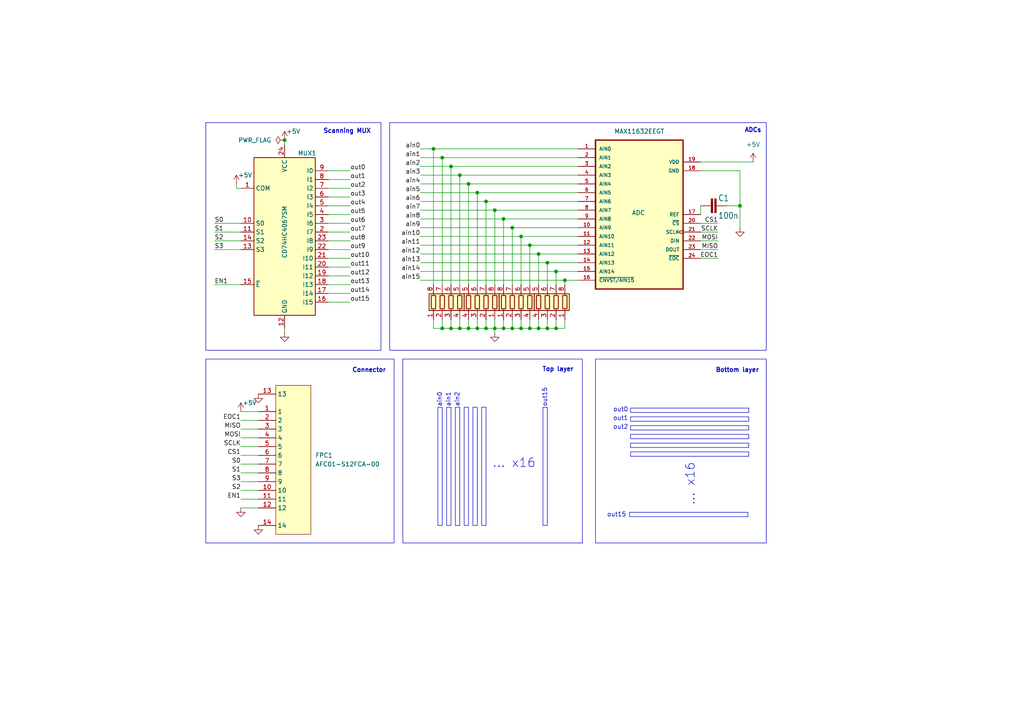
<source format=kicad_sch>
(kicad_sch (version 20231120) (generator "eeschema") (generator_version "8.0")
  (paper "A4")
  (lib_symbols
    (symbol "00_lcsc:AFC01-S12FCA-00"
      (property "Reference" "FPC" (at 0 24.13 0))
      (property "Value" "AFC01-S12FCA-00" (at 0 -24.13 0))
      (symbol "AFC01-S12FCA-00_0_1"
        (rectangle (start -2.54 21.59) (end 7.62 -21.59) (fill (type background)))
        (pin unspecified line (at -7.62 13.97 0) (length 5.08) (name "1") (number "1"))
        (pin unspecified line (at -7.62 -8.89 0) (length 5.08) (name "10") (number "10"))
        (pin unspecified line (at -7.62 -11.43 0) (length 5.08) (name "11") (number "11"))
        (pin unspecified line (at -7.62 -13.97 0) (length 5.08) (name "12") (number "12"))
        (pin unspecified line (at -7.62 19.05 0) (length 5.08) (name "13") (number "13"))
        (pin unspecified line (at -7.62 -19.05 0) (length 5.08) (name "14") (number "14"))
        (pin unspecified line (at -7.62 11.43 0) (length 5.08) (name "2") (number "2"))
        (pin unspecified line (at -7.62 8.89 0) (length 5.08) (name "3") (number "3"))
        (pin unspecified line (at -7.62 6.35 0) (length 5.08) (name "4") (number "4"))
        (pin unspecified line (at -7.62 3.81 0) (length 5.08) (name "5") (number "5"))
        (pin unspecified line (at -7.62 1.27 0) (length 5.08) (name "6") (number "6"))
        (pin unspecified line (at -7.62 -1.27 0) (length 5.08) (name "7") (number "7"))
        (pin unspecified line (at -7.62 -3.81 0) (length 5.08) (name "8") (number "8"))
        (pin unspecified line (at -7.62 -6.35 0) (length 5.08) (name "9") (number "9"))
      )
    )
    (symbol "74xx:CD74HC4067SM"
      (property "Reference" "U" (at -8.89 22.86 0))
      (property "Value" "CD74HC4067SM" (at 1.27 22.86 0))
      (symbol "CD74HC4067SM_0_1"
        (rectangle (start -8.89 21.59) (end 8.89 -24.13) (stroke (width 0.254)) (fill (type background)))
      )
      (symbol "CD74HC4067SM_1_1"
        (pin passive line (at -12.7 12.7 0) (length 3.81) (name "COM") (number "1"))
        (pin input line (at -12.7 2.54 0) (length 3.81) (name "S0") (number "10"))
        (pin input line (at -12.7 0 0) (length 3.81) (name "S1") (number "11"))
        (pin power_in line (at 0 -27.94 90) (length 3.81) (name "GND") (number "12"))
        (pin input line (at -12.7 -5.08 0) (length 3.81) (name "S3") (number "13"))
        (pin input line (at -12.7 -2.54 0) (length 3.81) (name "S2") (number "14"))
        (pin input line (at -12.7 -15.24 0) (length 3.81) (name "~{E}") (number "15"))
        (pin passive line (at 12.7 -20.32 180) (length 3.81) (name "I15") (number "16"))
        (pin passive line (at 12.7 -17.78 180) (length 3.81) (name "I14") (number "17"))
        (pin passive line (at 12.7 -15.24 180) (length 3.81) (name "I13") (number "18"))
        (pin passive line (at 12.7 -12.7 180) (length 3.81) (name "I12") (number "19"))
        (pin passive line (at 12.7 0 180) (length 3.81) (name "I7") (number "2"))
        (pin passive line (at 12.7 -10.16 180) (length 3.81) (name "I11") (number "20"))
        (pin passive line (at 12.7 -7.62 180) (length 3.81) (name "I10") (number "21"))
        (pin passive line (at 12.7 -5.08 180) (length 3.81) (name "I9") (number "22"))
        (pin passive line (at 12.7 -2.54 180) (length 3.81) (name "I8") (number "23"))
        (pin power_in line (at 0 25.4 270) (length 3.81) (name "VCC") (number "24"))
        (pin passive line (at 12.7 2.54 180) (length 3.81) (name "I6") (number "3"))
        (pin passive line (at 12.7 5.08 180) (length 3.81) (name "I5") (number "4"))
        (pin passive line (at 12.7 7.62 180) (length 3.81) (name "I4") (number "5"))
        (pin passive line (at 12.7 10.16 180) (length 3.81) (name "I3") (number "6"))
        (pin passive line (at 12.7 12.7 180) (length 3.81) (name "I2") (number "7"))
        (pin passive line (at 12.7 15.24 180) (length 3.81) (name "I1") (number "8"))
        (pin passive line (at 12.7 17.78 180) (length 3.81) (name "I0") (number "9"))
      )
    )
    (symbol "Device:R_Pack04" (pin_names (offset 0) hide)
      (property "Reference" "RN" (at -7.62 0 90))
      (property "Value" "R_Pack04" (at 5.08 0 90))
      (symbol "R_Pack04_0_1"
        (rectangle (start -6.35 -2.413) (end 3.81 2.413) (stroke (width 0.254)) (fill (type background)))
        (rectangle (start -5.715 1.905) (end -4.445 -1.905) (stroke (width 0.254)))
        (rectangle (start -3.175 1.905) (end -1.905 -1.905) (stroke (width 0.254)))
        (rectangle (start -0.635 1.905) (end 0.635 -1.905) (stroke (width 0.254)))
        (polyline (pts (xy -5.08 -2.54) (xy -5.08 -1.905)))
        (polyline (pts (xy -5.08 1.905) (xy -5.08 2.54)))
        (polyline (pts (xy -2.54 -2.54) (xy -2.54 -1.905)))
        (polyline (pts (xy -2.54 1.905) (xy -2.54 2.54)))
        (polyline (pts (xy 0 -2.54) (xy 0 -1.905)))
        (polyline (pts (xy 0 1.905) (xy 0 2.54)))
        (polyline (pts (xy 2.54 -2.54) (xy 2.54 -1.905)))
        (polyline (pts (xy 2.54 1.905) (xy 2.54 2.54)))
        (rectangle (start 1.905 1.905) (end 3.175 -1.905) (stroke (width 0.254)))
      )
      (symbol "R_Pack04_1_1"
        (pin passive line (at -5.08 -5.08 90) (length 2.54) (name "R1.1") (number "1"))
        (pin passive line (at -2.54 -5.08 90) (length 2.54) (name "R2.1") (number "2"))
        (pin passive line (at 0 -5.08 90) (length 2.54) (name "R3.1") (number "3"))
        (pin passive line (at 2.54 -5.08 90) (length 2.54) (name "R4.1") (number "4"))
        (pin passive line (at 2.54 5.08 270) (length 2.54) (name "R4.2") (number "5"))
        (pin passive line (at 0 5.08 270) (length 2.54) (name "R3.2") (number "6"))
        (pin passive line (at -2.54 5.08 270) (length 2.54) (name "R2.2") (number "7"))
        (pin passive line (at -5.08 5.08 270) (length 2.54) (name "R1.2") (number "8"))
      )
    )
    (symbol "MAX11632EEGT:MAX11632EEGT" (pin_names (offset 1.016))
      (property "Reference" "U?" (at 0 29.21 0))
      (property "Value" "MAX11632EEGT" (at 0 26.67 0))
      (symbol "MAX11632EEGT_0_0"
        (rectangle (start -12.7 27.94) (end 12.7 -15.24) (stroke (width 0.4064)) (fill (type background)))
        (pin input line (at -17.78 25.4 0) (length 5.08) (name "AIN0") (number "1"))
        (pin input line (at -17.78 2.54 0) (length 5.08) (name "AIN9") (number "10"))
        (pin input line (at -17.78 0 0) (length 5.08) (name "AIN10") (number "11"))
        (pin input line (at -17.78 -2.54 0) (length 5.08) (name "AIN11") (number "12"))
        (pin input line (at -17.78 -5.08 0) (length 5.08) (name "AIN12") (number "13"))
        (pin input line (at -17.78 -7.62 0) (length 5.08) (name "AIN13") (number "14"))
        (pin input line (at -17.78 -10.16 0) (length 5.08) (name "AIN14") (number "15"))
        (pin input line (at -17.78 -12.7 0) (length 5.08) (name "~{CNVST/AIN15}") (number "16"))
        (pin input line (at 17.78 6.35 180) (length 5.08) (name "REF") (number "17"))
        (pin power_in line (at 17.78 19.05 180) (length 5.08) (name "GND") (number "18"))
        (pin power_in line (at 17.78 21.59 180) (length 5.08) (name "VDD") (number "19"))
        (pin input line (at -17.78 22.86 0) (length 5.08) (name "AIN1") (number "2"))
        (pin bidirectional line (at 17.78 3.81 180) (length 5.08) (name "~{CS}") (number "20"))
        (pin input clock (at 17.78 1.27 180) (length 5.08) (name "SCLK") (number "21"))
        (pin input line (at 17.78 -1.27 180) (length 5.08) (name "DIN") (number "22"))
        (pin output line (at 17.78 -3.81 180) (length 5.08) (name "DOUT") (number "23"))
        (pin bidirectional line (at 17.78 -6.35 180) (length 5.08) (name "~{EOC}") (number "24"))
        (pin input line (at -17.78 20.32 0) (length 5.08) (name "AIN2") (number "3"))
        (pin input line (at -17.78 17.78 0) (length 5.08) (name "AIN3") (number "4"))
        (pin input line (at -17.78 15.24 0) (length 5.08) (name "AIN4") (number "5"))
        (pin input line (at -17.78 12.7 0) (length 5.08) (name "AIN5") (number "6"))
        (pin input line (at -17.78 10.16 0) (length 5.08) (name "AIN6") (number "7"))
        (pin input line (at -17.78 7.62 0) (length 5.08) (name "AIN7") (number "8"))
        (pin input line (at -17.78 5.08 0) (length 5.08) (name "AIN8") (number "9"))
      )
    )
    (symbol "fsr_array-eagle-import:C-EUC0603"
      (property "Reference" "C" (at 1.524 0.381 0))
      (property "Value" "C-EUC0603" (at 1.524 -4.699 0))
      (symbol "C-EUC0603_1_0"
        (rectangle (start -2.032 -2.032) (end 2.032 -1.524) (fill (type outline)))
        (rectangle (start -2.032 -1.016) (end 2.032 -0.508) (fill (type outline)))
        (polyline (pts (xy 0 -2.54) (xy 0 -2.032)) (stroke (width 0.1524)))
        (polyline (pts (xy 0 0) (xy 0 -0.508)) (stroke (width 0.1524)))
        (pin passive line (at 0 2.54 270) (length 2.54) (name "1") (number "1"))
        (pin passive line (at 0 -5.08 90) (length 2.54) (name "2") (number "2"))
      )
    )
    (symbol "power:+5V" (power) (pin_names (offset 0))
      (property "Value" "+5V" (at 0 3.556 0))
      (symbol "+5V_0_1"
        (polyline (pts (xy -0.762 1.27) (xy 0 2.54)))
        (polyline (pts (xy 0 0) (xy 0 2.54)))
        (polyline (pts (xy 0 2.54) (xy 0.762 1.27)))
      )
      (symbol "+5V_1_1"
        (pin power_in line (at 0 0 90) (length 0) hide (name "+5V") (number "1"))
      )
    )
    (symbol "power:GND" (power) (pin_names (offset 0))
      (property "Value" "GND" (at 0 -3.81 0))
      (symbol "GND_0_1"
        (polyline (pts (xy 0 0) (xy 0 -1.27) (xy 1.27 -1.27) (xy 0 -2.54) (xy -1.27 -1.27) (xy 0 -1.27)))
      )
      (symbol "GND_1_1"
        (pin power_in line (at 0 0 270) (length 0) hide (name "GND") (number "1"))
      )
    )
    (symbol "power:PWR_FLAG" (power) (pin_numbers hide) (pin_names (offset 0) hide)
      (property "Value" "PWR_FLAG" (at 0 3.81 0))
      (symbol "PWR_FLAG_0_0"
        (pin power_out line (at 0 0 90) (length 0) (name "pwr") (number "1"))
      )
      (symbol "PWR_FLAG_0_1"
        (polyline (pts (xy 0 0) (xy 0 1.27) (xy -1.016 1.905) (xy 0 2.54) (xy 1.016 1.905) (xy 0 1.27)))
      )
    )
  )
  (junction (at 146.05 63.5))
  (junction (at 148.59 95.25))
  (junction (at 130.81 95.25))
  (junction (at 143.51 60.96))
  (junction (at 135.89 95.25))
  (junction (at 158.75 95.25))
  (junction (at 125.73 43.18))
  (junction (at 140.97 95.25))
  (junction (at 130.81 48.26))
  (junction (at 214.63 59.69))
  (junction (at 148.59 66.04))
  (junction (at 138.43 55.88))
  (junction (at 153.67 71.12))
  (junction (at 163.83 81.28))
  (junction (at 161.29 78.74))
  (junction (at 138.43 95.25))
  (junction (at 156.21 95.25))
  (junction (at 82.55 40.64))
  (junction (at 156.21 73.66))
  (junction (at 133.35 50.8))
  (junction (at 133.35 95.25))
  (junction (at 161.29 95.25))
  (junction (at 128.27 95.25))
  (junction (at 151.13 68.58))
  (junction (at 143.51 95.25))
  (junction (at 135.89 53.34))
  (junction (at 146.05 95.25))
  (junction (at 158.75 76.2))
  (junction (at 151.13 95.25))
  (junction (at 128.27 45.72))
  (junction (at 140.97 58.42))
  (junction (at 153.67 95.25))
  (wire (pts (xy 148.59 66.04) (xy 167.64 66.04)))
  (wire (pts (xy 138.43 92.71) (xy 138.43 95.25)))
  (wire (pts (xy 143.51 82.55) (xy 143.51 60.96)))
  (wire (pts (xy 156.21 82.55) (xy 156.21 73.66)))
  (wire (pts (xy 153.67 95.25) (xy 151.13 95.25)))
  (wire (pts (xy 151.13 68.58) (xy 167.64 68.58)))
  (wire (pts (xy 135.89 82.55) (xy 135.89 53.34)))
  (wire (pts (xy 158.75 76.2) (xy 167.64 76.2)))
  (wire (pts (xy 101.6 69.85) (xy 95.25 69.85)))
  (wire (pts (xy 121.92 43.18) (xy 125.73 43.18)))
  (wire (pts (xy 210.82 59.69) (xy 214.63 59.69)))
  (wire (pts (xy 143.51 92.71) (xy 143.51 95.25)))
  (wire (pts (xy 121.92 55.88) (xy 138.43 55.88)))
  (wire (pts (xy 203.2 64.77) (xy 208.28 64.77)))
  (wire (pts (xy 69.85 124.46) (xy 74.93 124.46)))
  (wire (pts (xy 69.85 129.54) (xy 74.93 129.54)))
  (wire (pts (xy 148.59 92.71) (xy 148.59 95.25)))
  (wire (pts (xy 140.97 58.42) (xy 167.64 58.42)))
  (wire (pts (xy 101.6 85.09) (xy 95.25 85.09)))
  (wire (pts (xy 82.55 95.25) (xy 82.55 96.52)))
  (wire (pts (xy 69.85 142.24) (xy 74.93 142.24)))
  (wire (pts (xy 203.2 72.39) (xy 208.28 72.39)))
  (wire (pts (xy 163.83 81.28) (xy 167.64 81.28)))
  (wire (pts (xy 101.6 62.23) (xy 95.25 62.23)))
  (wire (pts (xy 143.51 96.52) (xy 143.51 95.25)))
  (wire (pts (xy 101.6 72.39) (xy 95.25 72.39)))
  (wire (pts (xy 153.67 71.12) (xy 167.64 71.12)))
  (wire (pts (xy 101.6 49.53) (xy 95.25 49.53)))
  (wire (pts (xy 101.6 67.31) (xy 95.25 67.31)))
  (wire (pts (xy 156.21 95.25) (xy 153.67 95.25)))
  (wire (pts (xy 130.81 82.55) (xy 130.81 48.26)))
  (wire (pts (xy 158.75 92.71) (xy 158.75 95.25)))
  (wire (pts (xy 68.58 53.34) (xy 68.58 54.61)))
  (wire (pts (xy 121.92 45.72) (xy 128.27 45.72)))
  (wire (pts (xy 62.23 67.31) (xy 69.85 67.31)))
  (wire (pts (xy 156.21 92.71) (xy 156.21 95.25)))
  (wire (pts (xy 146.05 82.55) (xy 146.05 63.5)))
  (wire (pts (xy 161.29 95.25) (xy 158.75 95.25)))
  (wire (pts (xy 130.81 95.25) (xy 133.35 95.25)))
  (wire (pts (xy 163.83 82.55) (xy 163.83 81.28)))
  (wire (pts (xy 62.23 64.77) (xy 69.85 64.77)))
  (wire (pts (xy 121.92 68.58) (xy 151.13 68.58)))
  (wire (pts (xy 203.2 67.31) (xy 208.28 67.31)))
  (wire (pts (xy 101.6 74.93) (xy 95.25 74.93)))
  (wire (pts (xy 148.59 95.25) (xy 146.05 95.25)))
  (wire (pts (xy 69.85 134.62) (xy 74.93 134.62)))
  (wire (pts (xy 121.92 63.5) (xy 146.05 63.5)))
  (wire (pts (xy 101.6 80.01) (xy 95.25 80.01)))
  (wire (pts (xy 101.6 52.07) (xy 95.25 52.07)))
  (wire (pts (xy 153.67 92.71) (xy 153.67 95.25)))
  (wire (pts (xy 130.81 48.26) (xy 167.64 48.26)))
  (wire (pts (xy 203.2 62.23) (xy 203.2 59.69)))
  (wire (pts (xy 133.35 95.25) (xy 135.89 95.25)))
  (wire (pts (xy 135.89 95.25) (xy 138.43 95.25)))
  (wire (pts (xy 128.27 45.72) (xy 167.64 45.72)))
  (wire (pts (xy 121.92 53.34) (xy 135.89 53.34)))
  (wire (pts (xy 69.85 121.92) (xy 74.93 121.92)))
  (wire (pts (xy 101.6 57.15) (xy 95.25 57.15)))
  (wire (pts (xy 121.92 60.96) (xy 143.51 60.96)))
  (wire (pts (xy 153.67 82.55) (xy 153.67 71.12)))
  (wire (pts (xy 101.6 59.69) (xy 95.25 59.69)))
  (wire (pts (xy 101.6 82.55) (xy 95.25 82.55)))
  (wire (pts (xy 69.85 139.7) (xy 74.93 139.7)))
  (wire (pts (xy 158.75 95.25) (xy 156.21 95.25)))
  (wire (pts (xy 133.35 50.8) (xy 121.92 50.8)))
  (wire (pts (xy 128.27 82.55) (xy 128.27 45.72)))
  (wire (pts (xy 203.2 46.99) (xy 218.44 46.99)))
  (wire (pts (xy 62.23 69.85) (xy 69.85 69.85)))
  (wire (pts (xy 133.35 50.8) (xy 167.64 50.8)))
  (wire (pts (xy 82.55 40.64) (xy 82.55 41.91)))
  (wire (pts (xy 140.97 92.71) (xy 140.97 95.25)))
  (wire (pts (xy 138.43 55.88) (xy 167.64 55.88)))
  (wire (pts (xy 163.83 92.71) (xy 163.83 95.25)))
  (wire (pts (xy 69.85 137.16) (xy 74.93 137.16)))
  (wire (pts (xy 121.92 66.04) (xy 148.59 66.04)))
  (wire (pts (xy 62.23 82.55) (xy 69.85 82.55)))
  (wire (pts (xy 143.51 60.96) (xy 167.64 60.96)))
  (wire (pts (xy 135.89 92.71) (xy 135.89 95.25)))
  (wire (pts (xy 203.2 49.53) (xy 214.63 49.53)))
  (wire (pts (xy 121.92 73.66) (xy 156.21 73.66)))
  (wire (pts (xy 161.29 78.74) (xy 167.64 78.74)))
  (wire (pts (xy 151.13 82.55) (xy 151.13 68.58)))
  (wire (pts (xy 121.92 58.42) (xy 140.97 58.42)))
  (wire (pts (xy 125.73 95.25) (xy 128.27 95.25)))
  (wire (pts (xy 156.21 73.66) (xy 167.64 73.66)))
  (wire (pts (xy 135.89 53.34) (xy 167.64 53.34)))
  (wire (pts (xy 101.6 87.63) (xy 95.25 87.63)))
  (wire (pts (xy 146.05 92.71) (xy 146.05 95.25)))
  (wire (pts (xy 69.85 147.32) (xy 74.93 147.32)))
  (wire (pts (xy 163.83 95.25) (xy 161.29 95.25)))
  (wire (pts (xy 69.85 144.78) (xy 74.93 144.78)))
  (wire (pts (xy 121.92 81.28) (xy 163.83 81.28)))
  (wire (pts (xy 214.63 49.53) (xy 214.63 59.69)))
  (wire (pts (xy 161.29 82.55) (xy 161.29 78.74)))
  (wire (pts (xy 68.58 54.61) (xy 69.85 54.61)))
  (wire (pts (xy 128.27 95.25) (xy 130.81 95.25)))
  (wire (pts (xy 130.81 92.71) (xy 130.81 95.25)))
  (wire (pts (xy 101.6 54.61) (xy 95.25 54.61)))
  (wire (pts (xy 140.97 82.55) (xy 140.97 58.42)))
  (wire (pts (xy 158.75 82.55) (xy 158.75 76.2)))
  (wire (pts (xy 69.85 127) (xy 74.93 127)))
  (wire (pts (xy 69.85 119.38) (xy 74.93 119.38)))
  (wire (pts (xy 140.97 95.25) (xy 143.51 95.25)))
  (wire (pts (xy 203.2 69.85) (xy 208.28 69.85)))
  (wire (pts (xy 121.92 71.12) (xy 153.67 71.12)))
  (wire (pts (xy 128.27 92.71) (xy 128.27 95.25)))
  (wire (pts (xy 69.85 132.08) (xy 74.93 132.08)))
  (wire (pts (xy 133.35 92.71) (xy 133.35 95.25)))
  (wire (pts (xy 125.73 82.55) (xy 125.73 43.18)))
  (wire (pts (xy 125.73 43.18) (xy 167.64 43.18)))
  (wire (pts (xy 146.05 95.25) (xy 143.51 95.25)))
  (wire (pts (xy 161.29 92.71) (xy 161.29 95.25)))
  (wire (pts (xy 121.92 48.26) (xy 130.81 48.26)))
  (wire (pts (xy 146.05 63.5) (xy 167.64 63.5)))
  (wire (pts (xy 138.43 82.55) (xy 138.43 55.88)))
  (wire (pts (xy 214.63 59.69) (xy 214.63 66.04)))
  (wire (pts (xy 101.6 64.77) (xy 95.25 64.77)))
  (wire (pts (xy 148.59 82.55) (xy 148.59 66.04)))
  (wire (pts (xy 138.43 95.25) (xy 140.97 95.25)))
  (wire (pts (xy 121.92 78.74) (xy 161.29 78.74)))
  (wire (pts (xy 121.92 76.2) (xy 158.75 76.2)))
  (wire (pts (xy 151.13 92.71) (xy 151.13 95.25)))
  (wire (pts (xy 151.13 95.25) (xy 148.59 95.25)))
  (wire (pts (xy 125.73 92.71) (xy 125.73 95.25)))
  (wire (pts (xy 133.35 82.55) (xy 133.35 50.8)))
  (wire (pts (xy 101.6 77.47) (xy 95.25 77.47)))
  (wire (pts (xy 203.2 74.93) (xy 208.28 74.93)))
  (wire (pts (xy 62.23 72.39) (xy 69.85 72.39)))
  (rectangle (start 137.16 118.11) (end 138.43 152.4) (fill (type color)))
  (rectangle (start 134.62 118.11) (end 135.89 152.4) (fill (type color)))
  (rectangle (start 182.88 118.364) (end 217.17 119.634) (fill (type color)))
  (rectangle (start 127 118.11) (end 128.27 152.4) (fill (type color)))
  (rectangle (start 182.626 148.59) (end 216.916 149.86) (fill (type color)))
  (rectangle (start 132.08 118.11) (end 133.35 152.4) (fill (type color)))
  (rectangle (start 182.88 120.904) (end 217.17 122.174) (fill (type color)))
  (rectangle (start 157.48 118.11) (end 158.75 152.4) (fill (type color)))
  (rectangle (start 172.72 104.14) (end 222.25 157.48))
  (rectangle (start 182.88 123.444) (end 217.17 124.714) (fill (type color)))
  (rectangle (start 182.88 128.524) (end 217.17 129.794) (fill (type color)))
  (rectangle (start 59.69 35.56) (end 110.49 101.6))
  (rectangle (start 182.88 131.064) (end 217.17 132.334) (fill (type color)))
  (rectangle (start 182.88 125.984) (end 217.17 127.254) (fill (type color)))
  (rectangle (start 59.69 104.14) (end 114.3 157.48))
  (rectangle (start 139.7 118.11) (end 140.97 152.4) (fill (type color)))
  (rectangle (start 129.54 118.11) (end 130.81 152.4) (fill (type color)))
  (rectangle (start 116.84 104.14) (end 168.91 157.48))
  (rectangle (start 113.03 35.56) (end 222.25 101.6))
  (text "... x16" (at 201.676 134.112 90) (effects (font (size 2.54 2.54)) (justify right bottom)))
  (text "Bottom layer" (at 207.518 108.204 0) (effects (font (size 1.27 1.27) (thickness 0.254) (bold yes)) (justify left bottom)))
  (text "... x16" (at 155.448 135.89 0) (effects (font (size 2.54 2.54)) (justify right bottom)))
  (text "ain0" (at 128.27 118.11 90) (effects (font (size 1.27 1.27)) (justify left bottom)))
  (text "out15" (at 158.75 118.11 90) (effects (font (size 1.27 1.27)) (justify left bottom)))
  (text "ain1" (at 130.81 118.11 90) (effects (font (size 1.27 1.27)) (justify left bottom)))
  (text "out15" (at 176.022 150.114 0) (effects (font (size 1.27 1.27)) (justify left bottom)))
  (text "ADCs" (at 215.9 38.608 0) (effects (font (size 1.27 1.27) (thickness 0.254) (bold yes)) (justify left bottom)))
  (text "Top layer" (at 157.226 107.95 0) (effects (font (size 1.27 1.27) (thickness 0.254) (bold yes)) (justify left bottom)))
  (text "ain2" (at 133.35 118.11 90) (effects (font (size 1.27 1.27)) (justify left bottom)))
  (text "out2" (at 177.8 124.714 0) (effects (font (size 1.27 1.27)) (justify left bottom)))
  (text "out0" (at 177.8 119.634 0) (effects (font (size 1.27 1.27)) (justify left bottom)))
  (text "Scanning MUX" (at 93.726 38.862 0) (effects (font (size 1.27 1.27) (thickness 0.254) (bold yes)) (justify left bottom)))
  (text "out1" (at 177.8 122.174 0) (effects (font (size 1.27 1.27)) (justify left bottom)))
  (text "Connector" (at 102.108 108.204 0) (effects (font (size 1.27 1.27) (thickness 0.254) (bold yes)) (justify left bottom)))
  (label "out7" (at 101.6 67.31 0))
  (label "ain14" (at 121.92 78.74 180))
  (label "out13" (at 101.6 82.55 0))
  (label "ain3" (at 121.92 50.8 180))
  (label "ain2" (at 121.92 48.26 180))
  (label "out3" (at 101.6 57.15 0))
  (label "out11" (at 101.6 77.47 0))
  (label "MISO" (at 208.28 72.39 180))
  (label "S0" (at 69.85 134.62 180))
  (label "out9" (at 101.6 72.39 0))
  (label "EOC1" (at 208.28 74.93 180))
  (label "MOSI" (at 208.28 69.85 180))
  (label "MISO" (at 69.85 124.46 180))
  (label "S2" (at 62.23 69.85 0))
  (label "out8" (at 101.6 69.85 0))
  (label "ain1" (at 121.92 45.72 180))
  (label "out0" (at 101.6 49.53 0))
  (label "S3" (at 69.85 139.7 180))
  (label "S3" (at 62.23 72.39 0))
  (label "ain15" (at 121.92 81.28 180))
  (label "ain7" (at 121.92 60.96 180))
  (label "out12" (at 101.6 80.01 0))
  (label "EN1" (at 69.85 144.78 180))
  (label "ain13" (at 121.92 76.2 180))
  (label "ain12" (at 121.92 73.66 180))
  (label "out10" (at 101.6 74.93 0))
  (label "out5" (at 101.6 62.23 0))
  (label "ain8" (at 121.92 63.5 180))
  (label "EOC1" (at 69.85 121.92 180))
  (label "out15" (at 101.6 87.63 0))
  (label "S2" (at 69.85 142.24 180))
  (label "out4" (at 101.6 59.69 0))
  (label "CS1" (at 208.28 64.77 180))
  (label "out1" (at 101.6 52.07 0))
  (label "out2" (at 101.6 54.61 0))
  (label "out14" (at 101.6 85.09 0))
  (label "ain5" (at 121.92 55.88 180))
  (label "S1" (at 62.23 67.31 0))
  (label "ain9" (at 121.92 66.04 180))
  (label "MOSI" (at 69.85 127 180))
  (label "EN1" (at 62.23 82.55 0))
  (label "SCLK" (at 208.28 67.31 180))
  (label "ain11" (at 121.92 71.12 180))
  (label "S0" (at 62.23 64.77 0))
  (label "S1" (at 69.85 137.16 180))
  (label "CS1" (at 69.85 132.08 180))
  (label "SCLK" (at 69.85 129.54 180))
  (label "ain4" (at 121.92 53.34 180))
  (label "ain10" (at 121.92 68.58 180))
  (label "out6" (at 101.6 64.77 0))
  (label "ain6" (at 121.92 58.42 180))
  (label "ain0" (at 121.92 43.18 180))
  (symbol (lib_id "power:GND") (at 82.55 96.52 0) (unit 1)
    (property "Reference" "#PWR07" (effects (hide yes)))
    (property "Value" "GND" (effects (hide yes)))
  )
  (symbol (lib_id "MAX11632EEGT:MAX11632EEGT") (at 185.42 68.58 0) (unit 1)
    (property "Reference" "ADC" (at 185.166 61.722 0))
    (property "Value" "MAX11632EEGT" (at 185.42 38.1 0))
    (property "Footprint" "00_Custom:MAX11632EEGT" (effects (hide yes)))
  )
  (symbol (lib_id "power:PWR_FLAG") (at 82.55 40.64 90) (unit 1)
    (property "Reference" "#FLG01" (effects (hide yes)))
    (property "Value" "PWR_FLAG" (at 78.74 40.6399 90) (effects (justify left)))
  )
  (symbol (lib_id "fsr_array-eagle-import:C-EUC0603") (at 205.74 59.69 90) (unit 1)
    (property "Reference" "C1" (at 208.28 58.42 90) (effects (font (size 1.778 1.5113)) (justify right top)))
    (property "Value" "100n" (at 208.28 63.5 90) (effects (font (size 1.778 1.5113)) (justify right top)))
    (property "Footprint" "fsr_array:C0603" (effects (hide yes)))
  )
  (symbol (lib_id "Device:R_Pack04") (at 138.43 87.63 0) (mirror y) (unit 1)
    (property "Reference" "RN2" (effects (hide yes)))
    (property "Value" "R_Pack04" (effects (hide yes)))
    (property "Footprint" "Resistor_SMD:R_Array_Convex_4x0402" (effects (hide yes)))
  )
  (symbol (lib_id "power:GND") (at 74.93 152.4 0) (unit 1)
    (property "Reference" "#PWR09" (effects (hide yes)))
    (property "Value" "GND" (effects (hide yes)))
  )
  (symbol (lib_id "00_lcsc:AFC01-S12FCA-00") (at 82.55 133.35 0) (unit 1)
    (property "Reference" "FPC1" (at 91.44 132.0799 0) (effects (justify left)))
    (property "Value" "AFC01-S12FCA-00" (at 91.44 134.6199 0) (effects (justify left)))
    (property "Footprint" "00_lcsc:FPC-SMD_AFC01-S12FCA-00" (effects (hide yes)))
    (property "Datasheet" "https://lcsc.com/product-detail/Others_JUSHUO-AFC01-S12FCA-00_C262661.html" (effects (hide yes)))
    (property "LCSC Part" "C262661" (effects (hide yes)))
  )
  (symbol (lib_id "power:GND") (at 143.51 96.52 0) (unit 1)
    (property "Reference" "#PWR06" (effects (hide yes)))
    (property "Value" "GND" (effects (hide yes)))
  )
  (symbol (lib_id "power:+5V") (at 82.55 40.64 0) (unit 1)
    (property "Reference" "#PWR01" (effects (hide yes)))
    (property "Value" "+5V" (at 85.09 38.1 0))
  )
  (symbol (lib_id "power:+5V") (at 218.44 46.99 0) (unit 1)
    (property "Reference" "#PWR03" (effects (hide yes)))
    (property "Value" "+5V" (at 218.44 41.91 0))
  )
  (symbol (lib_id "power:GND") (at 74.93 114.3 0) (unit 1)
    (property "Reference" "#PWR010" (effects (hide yes)))
    (property "Value" "GND" (effects (hide yes)))
  )
  (symbol (lib_id "power:GND") (at 69.85 147.32 0) (unit 1)
    (property "Reference" "#PWR08" (effects (hide yes)))
    (property "Value" "GND" (effects (hide yes)))
  )
  (symbol (lib_id "power:+5V") (at 69.85 119.38 0) (unit 1)
    (property "Reference" "#PWR02" (effects (hide yes)))
    (property "Value" "+5V" (at 72.39 116.84 0))
  )
  (symbol (lib_id "Device:R_Pack04") (at 158.75 87.63 0) (mirror y) (unit 1)
    (property "Reference" "RN4" (effects (hide yes)))
    (property "Value" "R_Pack04" (effects (hide yes)))
    (property "Footprint" "Resistor_SMD:R_Array_Convex_4x0402" (effects (hide yes)))
  )
  (symbol (lib_id "power:GND") (at 214.63 66.04 0) (unit 1)
    (property "Reference" "#PWR05" (effects (hide yes)))
    (property "Value" "GND" (effects (hide yes)))
  )
  (symbol (lib_id "power:+5V") (at 68.58 53.34 0) (unit 1)
    (property "Reference" "#PWR04" (effects (hide yes)))
    (property "Value" "+5V" (at 71.12 50.8 0))
  )
  (symbol (lib_id "74xx:CD74HC4067SM") (at 82.55 67.31 0) (unit 1)
    (property "Reference" "MUX1" (at 86.36 44.45 0) (effects (justify left)))
    (property "Value" "CD74HC4067SM" (at 82.55 74.93 90) (effects (justify left)))
    (property "Footprint" "Package_SO:SSOP-24_5.3x8.2mm_P0.65mm" (effects (hide yes)))
    (property "Datasheet" "http://www.ti.com/lit/ds/symlink/cd74hc4067.pdf" (effects (hide yes)))
  )
  (symbol (lib_id "Device:R_Pack04") (at 151.13 87.63 0) (unit 1)
    (property "Reference" "RN3" (effects (hide yes)))
    (property "Value" "R_Pack04" (effects (hide yes)))
    (property "Footprint" "Resistor_SMD:R_Array_Convex_4x0402" (effects (hide yes)))
  )
  (symbol (lib_id "Device:R_Pack04") (at 130.81 87.63 0) (unit 1)
    (property "Reference" "RN1" (effects (hide yes)))
    (property "Value" "R_Pack04" (effects (hide yes)))
    (property "Footprint" "Resistor_SMD:R_Array_Convex_4x0402" (effects (hide yes)))
  )
)
</source>
